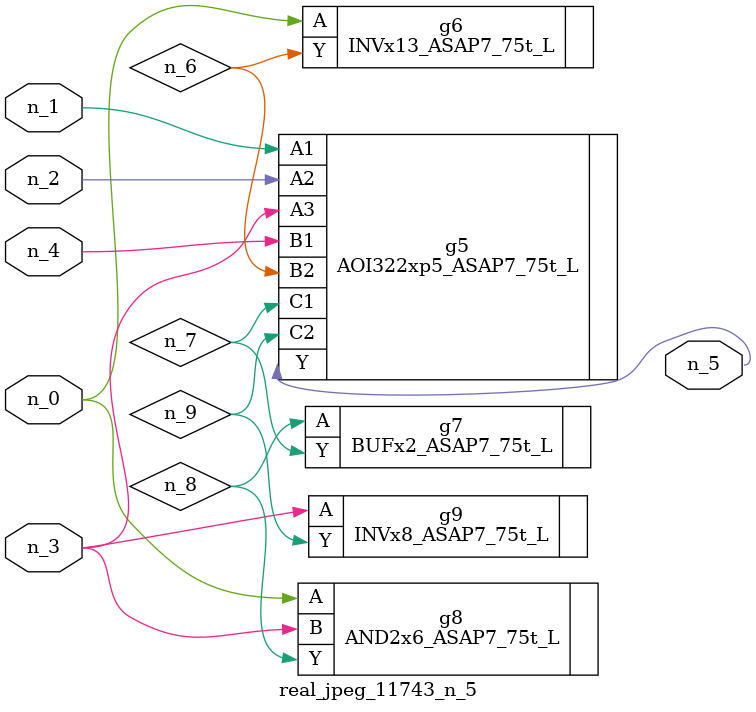
<source format=v>
module real_jpeg_11743_n_5 (n_4, n_0, n_1, n_2, n_3, n_5);

input n_4;
input n_0;
input n_1;
input n_2;
input n_3;

output n_5;

wire n_8;
wire n_6;
wire n_7;
wire n_9;

INVx13_ASAP7_75t_L g6 ( 
.A(n_0),
.Y(n_6)
);

AND2x6_ASAP7_75t_L g8 ( 
.A(n_0),
.B(n_3),
.Y(n_8)
);

AOI322xp5_ASAP7_75t_L g5 ( 
.A1(n_1),
.A2(n_2),
.A3(n_3),
.B1(n_4),
.B2(n_6),
.C1(n_7),
.C2(n_9),
.Y(n_5)
);

INVx8_ASAP7_75t_L g9 ( 
.A(n_3),
.Y(n_9)
);

BUFx2_ASAP7_75t_L g7 ( 
.A(n_8),
.Y(n_7)
);


endmodule
</source>
